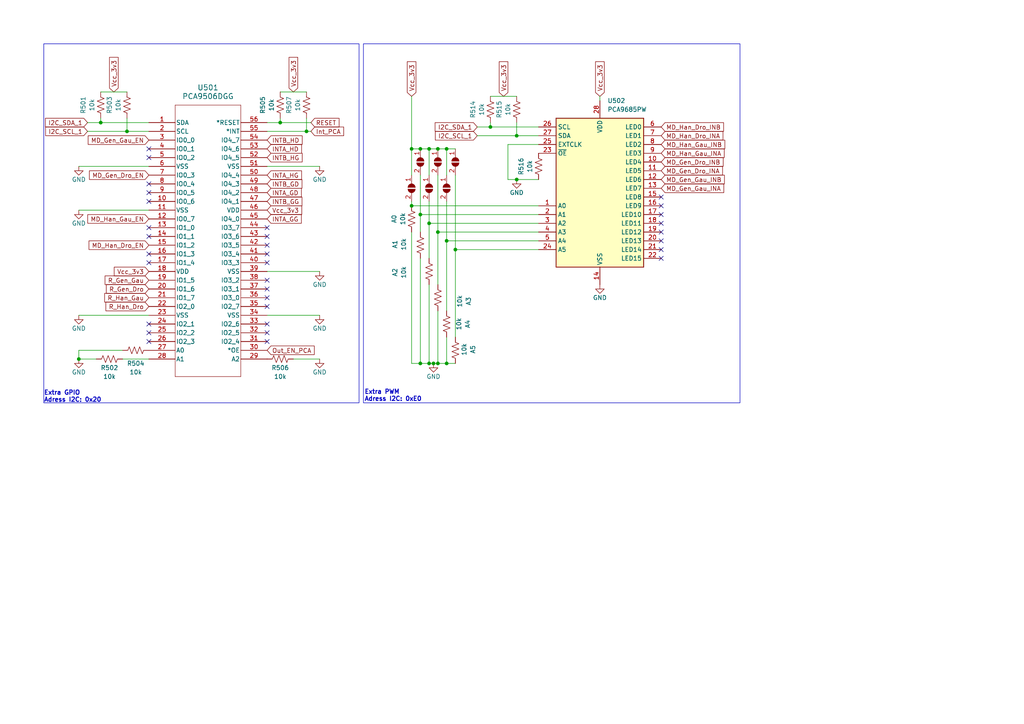
<source format=kicad_sch>
(kicad_sch (version 20231120) (generator "eeschema") (generator_version "8.0")
  (paper "A4")
  (lib_symbols
    (symbol "Device:R_US" (pin_numbers hide) (pin_names (offset 0))
      (property "Reference" "R" (at 2.54 0 90))
      (property "Value" "R_US" (at -2.54 0 90))
      (symbol "R_US_0_1"
        (polyline (pts (xy 0 -2.286) (xy 0 -2.54)))
        (polyline (pts (xy 0 2.286) (xy 0 2.54)))
        (polyline (pts (xy 0 -0.762) (xy 1.016 -1.143) (xy 0 -1.524) (xy -1.016 -1.905) (xy 0 -2.286)))
        (polyline (pts (xy 0 0.762) (xy 1.016 0.381) (xy 0 0) (xy -1.016 -0.381) (xy 0 -0.762)))
        (polyline (pts (xy 0 2.286) (xy 1.016 1.905) (xy 0 1.524) (xy -1.016 1.143) (xy 0 0.762)))
      )
      (symbol "R_US_1_1"
        (pin passive line (at 0 3.81 270) (length 1.27) (name "~") (number "1"))
        (pin passive line (at 0 -3.81 90) (length 1.27) (name "~") (number "2"))
      )
    )
    (symbol "Driver_LED:PCA9685PW"
      (property "Reference" "U" (at -12.7 22.225 0))
      (property "Value" "PCA9685PW" (at 1.27 22.225 0))
      (symbol "PCA9685PW_0_1"
        (rectangle (start -12.7 20.32) (end 12.7 -22.86) (stroke (width 0.254)) (fill (type background)))
      )
      (symbol "PCA9685PW_1_1"
        (pin input line (at -17.78 -5.08 0) (length 5.08) (name "A0") (number "1"))
        (pin output line (at 17.78 7.62 180) (length 5.08) (name "LED4") (number "10"))
        (pin output line (at 17.78 5.08 180) (length 5.08) (name "LED5") (number "11"))
        (pin output line (at 17.78 2.54 180) (length 5.08) (name "LED6") (number "12"))
        (pin output line (at 17.78 0 180) (length 5.08) (name "LED7") (number "13"))
        (pin power_in line (at 0 -27.94 90) (length 5.08) (name "VSS") (number "14"))
        (pin output line (at 17.78 -2.54 180) (length 5.08) (name "LED8") (number "15"))
        (pin output line (at 17.78 -5.08 180) (length 5.08) (name "LED9") (number "16"))
        (pin output line (at 17.78 -7.62 180) (length 5.08) (name "LED10") (number "17"))
        (pin output line (at 17.78 -10.16 180) (length 5.08) (name "LED11") (number "18"))
        (pin output line (at 17.78 -12.7 180) (length 5.08) (name "LED12") (number "19"))
        (pin input line (at -17.78 -7.62 0) (length 5.08) (name "A1") (number "2"))
        (pin output line (at 17.78 -15.24 180) (length 5.08) (name "LED13") (number "20"))
        (pin output line (at 17.78 -17.78 180) (length 5.08) (name "LED14") (number "21"))
        (pin output line (at 17.78 -20.32 180) (length 5.08) (name "LED15") (number "22"))
        (pin input line (at -17.78 10.16 0) (length 5.08) (name "~{OE}") (number "23"))
        (pin input line (at -17.78 -17.78 0) (length 5.08) (name "A5") (number "24"))
        (pin input line (at -17.78 12.7 0) (length 5.08) (name "EXTCLK") (number "25"))
        (pin input line (at -17.78 17.78 0) (length 5.08) (name "SCL") (number "26"))
        (pin bidirectional line (at -17.78 15.24 0) (length 5.08) (name "SDA") (number "27"))
        (pin power_in line (at 0 25.4 270) (length 5.08) (name "VDD") (number "28"))
        (pin input line (at -17.78 -10.16 0) (length 5.08) (name "A2") (number "3"))
        (pin input line (at -17.78 -12.7 0) (length 5.08) (name "A3") (number "4"))
        (pin input line (at -17.78 -15.24 0) (length 5.08) (name "A4") (number "5"))
        (pin output line (at 17.78 17.78 180) (length 5.08) (name "LED0") (number "6"))
        (pin output line (at 17.78 15.24 180) (length 5.08) (name "LED1") (number "7"))
        (pin output line (at 17.78 12.7 180) (length 5.08) (name "LED2") (number "8"))
        (pin output line (at 17.78 10.16 180) (length 5.08) (name "LED3") (number "9"))
      )
    )
    (symbol "Jumper:SolderJumper_2_Open" (pin_names (offset 0) hide)
      (property "Reference" "JP" (at 0 2.032 0))
      (property "Value" "SolderJumper_2_Open" (at 0 -2.54 0))
      (symbol "SolderJumper_2_Open_0_1"
        (arc (start -0.254 1.016) (mid -1.2656 0) (end -0.254 -1.016))
        (arc (start -0.254 1.016) (mid -1.2656 0) (end -0.254 -1.016) (fill (type outline)))
        (polyline (pts (xy -0.254 1.016) (xy -0.254 -1.016)))
        (polyline (pts (xy 0.254 1.016) (xy 0.254 -1.016)))
        (arc (start 0.254 -1.016) (mid 1.2656 0) (end 0.254 1.016))
        (arc (start 0.254 -1.016) (mid 1.2656 0) (end 0.254 1.016) (fill (type outline)))
      )
      (symbol "SolderJumper_2_Open_1_1"
        (pin passive line (at -3.81 0 0) (length 2.54) (name "A") (number "1"))
        (pin passive line (at 3.81 0 180) (length 2.54) (name "B") (number "2"))
      )
    )
    (symbol "PCA9506:PCA9506DGG" (pin_names (offset 0.254))
      (property "Reference" "U" (at 33.02 10.16 0))
      (property "Value" "PCA9506DGG" (at 33.02 7.62 0))
      (symbol "PCA9506DGG_0_1"
        (polyline (pts (xy 24.13 -73.66) (xy 43.18 -73.66)) (stroke (width 0.127)))
        (polyline (pts (xy 24.13 5.08) (xy 24.13 -73.66)) (stroke (width 0.127)))
        (polyline (pts (xy 43.18 -73.66) (xy 43.18 5.08)) (stroke (width 0.127)))
        (polyline (pts (xy 43.18 5.08) (xy 24.13 5.08)) (stroke (width 0.127)))
        (pin unspecified line (at 16.51 0 0) (length 7.62) (name "SDA") (number "1"))
        (pin unspecified line (at 16.51 -22.86 0) (length 7.62) (name "IO0_6") (number "10"))
        (pin unspecified line (at 16.51 -25.4 0) (length 7.62) (name "VSS") (number "11"))
        (pin unspecified line (at 16.51 -27.94 0) (length 7.62) (name "IO0_7") (number "12"))
        (pin unspecified line (at 16.51 -30.48 0) (length 7.62) (name "IO1_0") (number "13"))
        (pin unspecified line (at 16.51 -33.02 0) (length 7.62) (name "IO1_1") (number "14"))
        (pin unspecified line (at 16.51 -35.56 0) (length 7.62) (name "IO1_2") (number "15"))
        (pin unspecified line (at 16.51 -38.1 0) (length 7.62) (name "IO1_3") (number "16"))
        (pin unspecified line (at 16.51 -40.64 0) (length 7.62) (name "IO1_4") (number "17"))
        (pin unspecified line (at 16.51 -43.18 0) (length 7.62) (name "VDD") (number "18"))
        (pin unspecified line (at 16.51 -45.72 0) (length 7.62) (name "IO1_5") (number "19"))
        (pin unspecified line (at 16.51 -2.54 0) (length 7.62) (name "SCL") (number "2"))
        (pin unspecified line (at 16.51 -48.26 0) (length 7.62) (name "IO1_6") (number "20"))
        (pin unspecified line (at 16.51 -50.8 0) (length 7.62) (name "IO1_7") (number "21"))
        (pin unspecified line (at 16.51 -53.34 0) (length 7.62) (name "IO2_0") (number "22"))
        (pin unspecified line (at 16.51 -55.88 0) (length 7.62) (name "VSS") (number "23"))
        (pin unspecified line (at 16.51 -58.42 0) (length 7.62) (name "IO2_1") (number "24"))
        (pin unspecified line (at 16.51 -60.96 0) (length 7.62) (name "IO2_2") (number "25"))
        (pin unspecified line (at 16.51 -63.5 0) (length 7.62) (name "IO2_3") (number "26"))
        (pin unspecified line (at 16.51 -66.04 0) (length 7.62) (name "A0") (number "27"))
        (pin unspecified line (at 16.51 -68.58 0) (length 7.62) (name "A1") (number "28"))
        (pin unspecified line (at 50.8 -68.58 180) (length 7.62) (name "A2") (number "29"))
        (pin unspecified line (at 16.51 -5.08 0) (length 7.62) (name "IO0_0") (number "3"))
        (pin unspecified line (at 50.8 -66.04 180) (length 7.62) (name "*OE") (number "30"))
        (pin unspecified line (at 50.8 -63.5 180) (length 7.62) (name "IO2_4") (number "31"))
        (pin unspecified line (at 50.8 -60.96 180) (length 7.62) (name "IO2_5") (number "32"))
        (pin unspecified line (at 50.8 -58.42 180) (length 7.62) (name "IO2_6") (number "33"))
        (pin unspecified line (at 50.8 -55.88 180) (length 7.62) (name "VSS") (number "34"))
        (pin unspecified line (at 50.8 -53.34 180) (length 7.62) (name "IO2_7") (number "35"))
        (pin unspecified line (at 50.8 -50.8 180) (length 7.62) (name "IO3_0") (number "36"))
        (pin unspecified line (at 50.8 -48.26 180) (length 7.62) (name "IO3_1") (number "37"))
        (pin unspecified line (at 50.8 -45.72 180) (length 7.62) (name "IO3_2") (number "38"))
        (pin unspecified line (at 50.8 -43.18 180) (length 7.62) (name "VSS") (number "39"))
        (pin unspecified line (at 16.51 -7.62 0) (length 7.62) (name "IO0_1") (number "4"))
        (pin unspecified line (at 50.8 -40.64 180) (length 7.62) (name "IO3_3") (number "40"))
        (pin unspecified line (at 50.8 -38.1 180) (length 7.62) (name "IO3_4") (number "41"))
        (pin unspecified line (at 50.8 -35.56 180) (length 7.62) (name "IO3_5") (number "42"))
        (pin unspecified line (at 50.8 -33.02 180) (length 7.62) (name "IO3_6") (number "43"))
        (pin unspecified line (at 50.8 -30.48 180) (length 7.62) (name "IO3_7") (number "44"))
        (pin unspecified line (at 50.8 -27.94 180) (length 7.62) (name "IO4_0") (number "45"))
        (pin unspecified line (at 50.8 -25.4 180) (length 7.62) (name "VDD") (number "46"))
        (pin unspecified line (at 50.8 -22.86 180) (length 7.62) (name "IO4_1") (number "47"))
        (pin unspecified line (at 50.8 -20.32 180) (length 7.62) (name "IO4_2") (number "48"))
        (pin unspecified line (at 50.8 -17.78 180) (length 7.62) (name "IO4_3") (number "49"))
        (pin unspecified line (at 16.51 -10.16 0) (length 7.62) (name "IO0_2") (number "5"))
        (pin unspecified line (at 50.8 -15.24 180) (length 7.62) (name "IO4_4") (number "50"))
        (pin unspecified line (at 50.8 -12.7 180) (length 7.62) (name "VSS") (number "51"))
        (pin unspecified line (at 50.8 -10.16 180) (length 7.62) (name "IO4_5") (number "52"))
        (pin unspecified line (at 50.8 -7.62 180) (length 7.62) (name "IO4_6") (number "53"))
        (pin unspecified line (at 50.8 -5.08 180) (length 7.62) (name "IO4_7") (number "54"))
        (pin unspecified line (at 50.8 -2.54 180) (length 7.62) (name "*INT") (number "55"))
        (pin unspecified line (at 50.8 0 180) (length 7.62) (name "*RESET") (number "56"))
        (pin unspecified line (at 16.51 -12.7 0) (length 7.62) (name "VSS") (number "6"))
        (pin unspecified line (at 16.51 -15.24 0) (length 7.62) (name "IO0_3") (number "7"))
        (pin unspecified line (at 16.51 -17.78 0) (length 7.62) (name "IO0_4") (number "8"))
        (pin unspecified line (at 16.51 -20.32 0) (length 7.62) (name "IO0_5") (number "9"))
      )
    )
    (symbol "power:GND" (power) (pin_names (offset 0))
      (property "Value" "GND" (at 0 -3.81 0))
      (symbol "GND_0_1"
        (polyline (pts (xy 0 0) (xy 0 -1.27) (xy 1.27 -1.27) (xy 0 -2.54) (xy -1.27 -1.27) (xy 0 -1.27)))
      )
      (symbol "GND_1_1"
        (pin power_in line (at 0 0 270) (length 0) hide (name "GND") (number "1"))
      )
    )
  )
  (junction (at 129.54 69.85))
  (junction (at 121.92 62.23))
  (junction (at 81.28 35.56))
  (junction (at 121.92 43.18))
  (junction (at 124.46 64.77))
  (junction (at 121.92 105.41))
  (junction (at 142.24 36.83))
  (junction (at 129.54 43.18))
  (junction (at 119.38 59.69))
  (junction (at 125.73 105.41))
  (junction (at 119.38 43.18))
  (junction (at 149.86 39.37))
  (junction (at 127 43.18))
  (junction (at 129.54 105.41))
  (junction (at 132.08 72.39))
  (junction (at 127 67.31))
  (junction (at 88.9 38.1))
  (junction (at 124.46 43.18))
  (junction (at 29.21 35.56))
  (junction (at 149.86 52.07))
  (junction (at 22.86 104.14))
  (junction (at 127 105.41))
  (junction (at 36.83 38.1))
  (junction (at 124.46 105.41))
  (no_connect (at 77.47 96.52))
  (no_connect (at 191.77 67.31))
  (no_connect (at 43.18 96.52))
  (no_connect (at 43.18 55.88))
  (no_connect (at 191.77 57.15))
  (no_connect (at 77.47 66.04))
  (no_connect (at 43.18 93.98))
  (no_connect (at 191.77 69.85))
  (no_connect (at 43.18 58.42))
  (no_connect (at 77.47 71.12))
  (no_connect (at 77.47 99.06))
  (no_connect (at 77.47 83.82))
  (no_connect (at 43.18 45.72))
  (no_connect (at 77.47 93.98))
  (no_connect (at 43.18 43.18))
  (no_connect (at 43.18 99.06))
  (no_connect (at 43.18 53.34))
  (no_connect (at 43.18 66.04))
  (no_connect (at 191.77 59.69))
  (no_connect (at 77.47 81.28))
  (no_connect (at 191.77 72.39))
  (no_connect (at 77.47 88.9))
  (no_connect (at 77.47 73.66))
  (no_connect (at 43.18 68.58))
  (no_connect (at 191.77 64.77))
  (no_connect (at 77.47 68.58))
  (no_connect (at 43.18 76.2))
  (no_connect (at 191.77 74.93))
  (no_connect (at 43.18 73.66))
  (no_connect (at 77.47 86.36))
  (no_connect (at 191.77 62.23))
  (no_connect (at 77.47 76.2))
  (wire (pts (xy 125.73 105.41) (xy 127 105.41)))
  (wire (pts (xy 124.46 43.18) (xy 127 43.18)))
  (wire (pts (xy 127 50.8) (xy 127 67.31)))
  (wire (pts (xy 119.38 50.8) (xy 119.38 43.18)))
  (wire (pts (xy 132.08 50.8) (xy 132.08 72.39)))
  (wire (pts (xy 81.28 35.56) (xy 90.17 35.56)))
  (wire (pts (xy 77.47 91.44) (xy 92.71 91.44)))
  (wire (pts (xy 29.21 34.29) (xy 29.21 35.56)))
  (wire (pts (xy 77.47 38.1) (xy 88.9 38.1)))
  (wire (pts (xy 88.9 38.1) (xy 90.17 38.1)))
  (wire (pts (xy 25.4 38.1) (xy 36.83 38.1)))
  (wire (pts (xy 142.24 36.83) (xy 156.21 36.83)))
  (wire (pts (xy 129.54 105.41) (xy 132.08 105.41)))
  (wire (pts (xy 124.46 43.18) (xy 124.46 50.8)))
  (wire (pts (xy 77.47 35.56) (xy 81.28 35.56)))
  (wire (pts (xy 25.4 35.56) (xy 29.21 35.56)))
  (wire (pts (xy 43.18 91.44) (xy 22.86 91.44)))
  (wire (pts (xy 124.46 64.77) (xy 124.46 74.93)))
  (wire (pts (xy 156.21 72.39) (xy 132.08 72.39)))
  (wire (pts (xy 173.99 27.94) (xy 173.99 29.21)))
  (wire (pts (xy 77.47 78.74) (xy 92.71 78.74)))
  (wire (pts (xy 142.24 27.94) (xy 149.86 27.94)))
  (wire (pts (xy 147.32 52.07) (xy 149.86 52.07)))
  (wire (pts (xy 121.92 50.8) (xy 121.92 62.23)))
  (wire (pts (xy 156.21 64.77) (xy 124.46 64.77)))
  (wire (pts (xy 22.86 104.14) (xy 27.94 104.14)))
  (wire (pts (xy 149.86 39.37) (xy 156.21 39.37)))
  (wire (pts (xy 81.28 35.56) (xy 81.28 34.29)))
  (wire (pts (xy 119.38 58.42) (xy 119.38 59.69)))
  (wire (pts (xy 119.38 27.94) (xy 119.38 43.18)))
  (wire (pts (xy 156.21 62.23) (xy 121.92 62.23)))
  (wire (pts (xy 81.28 26.67) (xy 88.9 26.67)))
  (wire (pts (xy 149.86 52.07) (xy 156.21 52.07)))
  (wire (pts (xy 121.92 62.23) (xy 121.92 67.31)))
  (wire (pts (xy 127 67.31) (xy 127 82.55)))
  (wire (pts (xy 132.08 72.39) (xy 132.08 97.79)))
  (wire (pts (xy 147.32 41.91) (xy 147.32 52.07)))
  (wire (pts (xy 129.54 58.42) (xy 129.54 69.85)))
  (wire (pts (xy 119.38 59.69) (xy 156.21 59.69)))
  (wire (pts (xy 138.43 39.37) (xy 149.86 39.37)))
  (wire (pts (xy 127 105.41) (xy 129.54 105.41)))
  (wire (pts (xy 124.46 58.42) (xy 124.46 64.77)))
  (wire (pts (xy 121.92 43.18) (xy 124.46 43.18)))
  (wire (pts (xy 29.21 26.67) (xy 36.83 26.67)))
  (wire (pts (xy 43.18 48.26) (xy 22.86 48.26)))
  (wire (pts (xy 22.86 101.6) (xy 22.86 104.14)))
  (wire (pts (xy 92.71 104.14) (xy 85.09 104.14)))
  (wire (pts (xy 36.83 34.29) (xy 36.83 38.1)))
  (wire (pts (xy 35.56 104.14) (xy 43.18 104.14)))
  (wire (pts (xy 36.83 38.1) (xy 43.18 38.1)))
  (wire (pts (xy 88.9 38.1) (xy 88.9 34.29)))
  (wire (pts (xy 129.54 97.79) (xy 129.54 105.41)))
  (wire (pts (xy 142.24 35.56) (xy 142.24 36.83)))
  (wire (pts (xy 124.46 105.41) (xy 125.73 105.41)))
  (wire (pts (xy 129.54 69.85) (xy 129.54 90.17)))
  (wire (pts (xy 127 43.18) (xy 129.54 43.18)))
  (wire (pts (xy 119.38 43.18) (xy 121.92 43.18)))
  (wire (pts (xy 138.43 36.83) (xy 142.24 36.83)))
  (wire (pts (xy 129.54 43.18) (xy 129.54 50.8)))
  (wire (pts (xy 77.47 48.26) (xy 92.71 48.26)))
  (wire (pts (xy 124.46 82.55) (xy 124.46 105.41)))
  (wire (pts (xy 156.21 69.85) (xy 129.54 69.85)))
  (wire (pts (xy 129.54 43.18) (xy 132.08 43.18)))
  (wire (pts (xy 156.21 41.91) (xy 147.32 41.91)))
  (wire (pts (xy 43.18 60.96) (xy 22.86 60.96)))
  (wire (pts (xy 119.38 105.41) (xy 121.92 105.41)))
  (wire (pts (xy 29.21 35.56) (xy 43.18 35.56)))
  (wire (pts (xy 149.86 35.56) (xy 149.86 39.37)))
  (wire (pts (xy 156.21 67.31) (xy 127 67.31)))
  (wire (pts (xy 121.92 105.41) (xy 124.46 105.41)))
  (wire (pts (xy 121.92 74.93) (xy 121.92 105.41)))
  (wire (pts (xy 119.38 67.31) (xy 119.38 105.41)))
  (wire (pts (xy 127 90.17) (xy 127 105.41)))
  (wire (pts (xy 35.56 101.6) (xy 22.86 101.6)))
  (rectangle (start 12.7 12.7) (end 104.14 116.84))
  (rectangle (start 105.41 12.7) (end 214.63 116.84))
  (text "Extra PWM\nAdress I2C: 0xE0" (at 105.664 116.586 0) (effects (font (size 1.27 1.27) (bold yes)) (justify left bottom)))
  (text "Extra GPIO\nAdress I2C: 0x20" (at 12.7 116.84 0) (effects (font (size 1.27 1.27) (bold yes)) (justify left bottom)))
  (global_label "MD_Han_Dro_EN" (shape input) (at 43.18 71.12 180) (property "Intersheetrefs" "${INTERSHEET_REFS}" (effects (hide yes))))
  (global_label "Vcc_3v3" (shape input) (at 173.99 27.94 90) (property "Intersheetrefs" "${INTERSHEET_REFS}" (effects (hide yes))))
  (global_label "I2C_SDA_1" (shape input) (at 138.43 36.83 180) (property "Intersheetrefs" "${INTERSHEET_REFS}" (effects (hide yes))))
  (global_label "MD_Gen_Dro_INB" (shape input) (at 191.77 46.99 0) (property "Intersheetrefs" "${INTERSHEET_REFS}" (effects (hide yes))))
  (global_label "INTA_GD" (shape input) (at 77.47 55.88 0) (property "Intersheetrefs" "${INTERSHEET_REFS}" (effects (hide yes))))
  (global_label "I2C_SCL_1" (shape input) (at 25.4 38.1 180) (property "Intersheetrefs" "${INTERSHEET_REFS}" (effects (hide yes))))
  (global_label "INTB_HG" (shape input) (at 77.47 45.72 0) (property "Intersheetrefs" "${INTERSHEET_REFS}" (effects (hide yes))))
  (global_label "Vcc_3v3" (shape input) (at 33.02 26.67 90) (property "Intersheetrefs" "${INTERSHEET_REFS}" (effects (hide yes))))
  (global_label "INTB_GG" (shape input) (at 77.47 58.42 0) (property "Intersheetrefs" "${INTERSHEET_REFS}" (effects (hide yes))))
  (global_label "MD_Han_Gau_INB" (shape input) (at 191.77 41.91 0) (property "Intersheetrefs" "${INTERSHEET_REFS}" (effects (hide yes))))
  (global_label "MD_Gen_Dro_EN" (shape input) (at 43.18 50.8 180) (property "Intersheetrefs" "${INTERSHEET_REFS}" (effects (hide yes))))
  (global_label "Int_PCA" (shape input) (at 90.17 38.1 0) (property "Intersheetrefs" "${INTERSHEET_REFS}" (effects (hide yes))))
  (global_label "INTA_GG" (shape input) (at 77.47 63.5 0) (property "Intersheetrefs" "${INTERSHEET_REFS}" (effects (hide yes))))
  (global_label "MD_Gen_Gau_INA" (shape input) (at 191.77 54.61 0) (property "Intersheetrefs" "${INTERSHEET_REFS}" (effects (hide yes))))
  (global_label "Vcc_3v3" (shape input) (at 85.09 26.67 90) (property "Intersheetrefs" "${INTERSHEET_REFS}" (effects (hide yes))))
  (global_label "MD_Han_Dro_INA" (shape input) (at 191.77 39.37 0) (property "Intersheetrefs" "${INTERSHEET_REFS}" (effects (hide yes))))
  (global_label "MD_Han_Gau_EN" (shape input) (at 43.18 63.5 180) (property "Intersheetrefs" "${INTERSHEET_REFS}" (effects (hide yes))))
  (global_label "MD_Gen_Dro_INA" (shape input) (at 191.77 49.53 0) (property "Intersheetrefs" "${INTERSHEET_REFS}" (effects (hide yes))))
  (global_label "RESET" (shape input) (at 90.17 35.56 0) (property "Intersheetrefs" "${INTERSHEET_REFS}" (effects (hide yes))))
  (global_label "I2C_SCL_1" (shape input) (at 138.43 39.37 180) (property "Intersheetrefs" "${INTERSHEET_REFS}" (effects (hide yes))))
  (global_label "INTB_HD" (shape input) (at 77.47 40.64 0) (property "Intersheetrefs" "${INTERSHEET_REFS}" (effects (hide yes))))
  (global_label "Vcc_3v3" (shape input) (at 146.05 27.94 90) (property "Intersheetrefs" "${INTERSHEET_REFS}" (effects (hide yes))))
  (global_label "MD_Han_Gau_INA" (shape input) (at 191.77 44.45 0) (property "Intersheetrefs" "${INTERSHEET_REFS}" (effects (hide yes))))
  (global_label "INTB_GD" (shape input) (at 77.47 53.34 0) (property "Intersheetrefs" "${INTERSHEET_REFS}" (effects (hide yes))))
  (global_label "Vcc_3v3" (shape input) (at 43.18 78.74 180) (property "Intersheetrefs" "${INTERSHEET_REFS}" (effects (hide yes))))
  (global_label "R_Gen_Gau" (shape input) (at 43.18 81.28 180) (property "Intersheetrefs" "${INTERSHEET_REFS}" (effects (hide yes))))
  (global_label "I2C_SDA_1" (shape input) (at 25.4 35.56 180) (property "Intersheetrefs" "${INTERSHEET_REFS}" (effects (hide yes))))
  (global_label "MD_Gen_Gau_EN" (shape input) (at 43.18 40.64 180) (property "Intersheetrefs" "${INTERSHEET_REFS}" (effects (hide yes))))
  (global_label "Out_EN_PCA" (shape input) (at 77.47 101.6 0) (property "Intersheetrefs" "${INTERSHEET_REFS}" (effects (hide yes))))
  (global_label "Vcc_3v3" (shape input) (at 77.47 60.96 0) (property "Intersheetrefs" "${INTERSHEET_REFS}" (effects (hide yes))))
  (global_label "R_Han_Dro" (shape input) (at 43.18 88.9 180) (property "Intersheetrefs" "${INTERSHEET_REFS}" (effects (hide yes))))
  (global_label "MD_Han_Dro_INB" (shape input) (at 191.77 36.83 0) (property "Intersheetrefs" "${INTERSHEET_REFS}" (effects (hide yes))))
  (global_label "MD_Gen_Gau_INB" (shape input) (at 191.77 52.07 0) (property "Intersheetrefs" "${INTERSHEET_REFS}" (effects (hide yes))))
  (global_label "INTA_HG" (shape input) (at 77.47 50.8 0) (property "Intersheetrefs" "${INTERSHEET_REFS}" (effects (hide yes))))
  (global_label "Vcc_3v3" (shape input) (at 119.38 27.94 90) (property "Intersheetrefs" "${INTERSHEET_REFS}" (effects (hide yes))))
  (global_label "INTA_HD" (shape input) (at 77.47 43.18 0) (property "Intersheetrefs" "${INTERSHEET_REFS}" (effects (hide yes))))
  (global_label "R_Gen_Dro" (shape input) (at 43.18 83.82 180) (property "Intersheetrefs" "${INTERSHEET_REFS}" (effects (hide yes))))
  (global_label "R_Han_Gau" (shape input) (at 43.18 86.36 180) (property "Intersheetrefs" "${INTERSHEET_REFS}" (effects (hide yes))))
  (symbol (lib_id "Jumper:SolderJumper_2_Open") (at 127 46.99 270) (unit 1)
    (property "Reference" "JP506" (effects (hide yes)))
    (property "Value" "SolderJumper_2_Open" (effects (hide yes)))
    (property "Footprint" "Jumper:SolderJumper-2_P1.3mm_Open_TrianglePad1.0x1.5mm" (effects (hide yes)))
  )
  (symbol (lib_id "Device:R_US") (at 124.46 78.74 180) (unit 1)
    (property "Reference" "A2" (at 114.554 78.994 90))
    (property "Value" "10k" (at 117.094 78.994 90))
    (property "Footprint" "Resistor_SMD:R_0805_2012Metric" (effects (hide yes)))
  )
  (symbol (lib_id "PCA9506:PCA9506DGG") (at 26.67 35.56 0) (unit 1)
    (property "Reference" "U501" (at 60.325 25.4 0) (effects (font (size 1.524 1.524))))
    (property "Value" "PCA9506DGG" (at 60.325 27.94 0) (effects (font (size 1.524 1.524))))
    (property "Footprint" "Package_SO:TSSOP-56_6.1x14mm_P0.5mm" (effects (hide yes)))
    (property "Datasheet" "PCA9506DGG" (effects (hide yes)))
  )
  (symbol (lib_id "power:GND") (at 92.71 48.26 0) (unit 1)
    (property "Reference" "#PWR0505" (effects (hide yes)))
    (property "Value" "GND" (at 92.71 52.07 0))
  )
  (symbol (lib_id "power:GND") (at 92.71 78.74 0) (unit 1)
    (property "Reference" "#PWR0506" (effects (hide yes)))
    (property "Value" "GND" (at 92.71 82.55 0))
  )
  (symbol (lib_id "power:GND") (at 125.73 105.41 0) (unit 1)
    (property "Reference" "#PWR0510" (effects (hide yes)))
    (property "Value" "GND" (at 125.73 109.22 0))
  )
  (symbol (lib_id "Device:R_US") (at 121.92 71.12 180) (unit 1)
    (property "Reference" "A1" (at 114.554 70.866 90))
    (property "Value" "10k" (at 117.094 70.866 90))
    (property "Footprint" "Resistor_SMD:R_0805_2012Metric" (effects (hide yes)))
  )
  (symbol (lib_id "Jumper:SolderJumper_2_Open") (at 129.54 54.61 270) (unit 1)
    (property "Reference" "JP507" (effects (hide yes)))
    (property "Value" "SolderJumper_2_Open" (effects (hide yes)))
    (property "Footprint" "Jumper:SolderJumper-2_P1.3mm_Open_TrianglePad1.0x1.5mm" (effects (hide yes)))
  )
  (symbol (lib_id "power:GND") (at 22.86 60.96 0) (unit 1)
    (property "Reference" "#PWR0502" (effects (hide yes)))
    (property "Value" "GND" (at 22.86 64.77 0))
  )
  (symbol (lib_id "Driver_LED:PCA9685PW") (at 173.99 54.61 0) (unit 1)
    (property "Reference" "U502" (at 176.1841 29.21 0) (effects (justify left)))
    (property "Value" "PCA9685PW" (at 176.1841 31.75 0) (effects (justify left)))
    (property "Footprint" "Package_SO:TSSOP-28_4.4x9.7mm_P0.65mm" (effects (hide yes)))
    (property "Datasheet" "http://www.nxp.com/docs/en/data-sheet/PCA9685.pdf" (effects (hide yes)))
    (property "Description" "16-channel 12-bit PWM Fm+ I2C-bus LED controller RGBA TSSOP" (effects (hide yes)))
  )
  (symbol (lib_id "Device:R_US") (at 88.9 30.48 180) (unit 1)
    (property "Reference" "R507" (at 83.82 30.48 90))
    (property "Value" "10k" (at 86.36 30.48 90))
    (property "Footprint" "Resistor_SMD:R_0805_2012Metric" (effects (hide yes)))
  )
  (symbol (lib_id "power:GND") (at 22.86 91.44 0) (unit 1)
    (property "Reference" "#PWR0503" (effects (hide yes)))
    (property "Value" "GND" (at 22.86 95.25 0))
  )
  (symbol (lib_id "Device:R_US") (at 31.75 104.14 270) (unit 1)
    (property "Reference" "R502" (at 31.75 106.68 90))
    (property "Value" "10k" (at 31.75 109.22 90))
    (property "Footprint" "Resistor_SMD:R_0805_2012Metric" (effects (hide yes)))
  )
  (symbol (lib_id "Device:R_US") (at 127 86.36 180) (unit 1)
    (property "Reference" "A3" (at 135.89 87.376 90))
    (property "Value" "10k" (at 133.35 87.376 90))
    (property "Footprint" "Resistor_SMD:R_0805_2012Metric" (effects (hide yes)))
  )
  (symbol (lib_id "Jumper:SolderJumper_2_Open") (at 121.92 46.99 270) (unit 1)
    (property "Reference" "JP502" (effects (hide yes)))
    (property "Value" "SolderJumper_2_Open" (effects (hide yes)))
    (property "Footprint" "Jumper:SolderJumper-2_P1.3mm_Open_TrianglePad1.0x1.5mm" (effects (hide yes)))
  )
  (symbol (lib_id "Jumper:SolderJumper_2_Open") (at 119.38 54.61 270) (unit 1)
    (property "Reference" "JP501" (effects (hide yes)))
    (property "Value" "SolderJumper_2_Open" (effects (hide yes)))
    (property "Footprint" "Jumper:SolderJumper-2_P1.3mm_Open_TrianglePad1.0x1.5mm" (effects (hide yes)))
  )
  (symbol (lib_id "power:GND") (at 173.99 82.55 0) (unit 1)
    (property "Reference" "#PWR0509" (effects (hide yes)))
    (property "Value" "GND" (at 173.99 86.36 0))
  )
  (symbol (lib_id "Device:R_US") (at 156.21 48.26 180) (unit 1)
    (property "Reference" "R516" (at 151.13 48.26 90))
    (property "Value" "10k" (at 153.67 48.26 90))
    (property "Footprint" "Resistor_SMD:R_0805_2012Metric" (effects (hide yes)))
  )
  (symbol (lib_id "Device:R_US") (at 39.37 101.6 270) (unit 1)
    (property "Reference" "R504" (at 39.37 105.41 90))
    (property "Value" "10k" (at 39.37 107.95 90))
    (property "Footprint" "Resistor_SMD:R_0805_2012Metric" (effects (hide yes)))
  )
  (symbol (lib_id "Jumper:SolderJumper_2_Open") (at 124.46 54.61 270) (unit 1)
    (property "Reference" "JP505" (effects (hide yes)))
    (property "Value" "SolderJumper_2_Open" (effects (hide yes)))
    (property "Footprint" "Jumper:SolderJumper-2_P1.3mm_Open_TrianglePad1.0x1.5mm" (effects (hide yes)))
  )
  (symbol (lib_id "Device:R_US") (at 36.83 30.48 180) (unit 1)
    (property "Reference" "R503" (at 31.75 30.48 90))
    (property "Value" "10k" (at 34.29 30.48 90))
    (property "Footprint" "Resistor_SMD:R_0805_2012Metric" (effects (hide yes)))
  )
  (symbol (lib_id "power:GND") (at 92.71 104.14 0) (unit 1)
    (property "Reference" "#PWR0508" (effects (hide yes)))
    (property "Value" "GND" (at 92.71 107.95 0))
  )
  (symbol (lib_id "power:GND") (at 149.86 52.07 0) (unit 1)
    (property "Reference" "#PWR0511" (effects (hide yes)))
    (property "Value" "GND" (at 149.86 55.88 0))
  )
  (symbol (lib_id "Jumper:SolderJumper_2_Open") (at 132.08 46.99 270) (unit 1)
    (property "Reference" "JP508" (effects (hide yes)))
    (property "Value" "SolderJumper_2_Open" (effects (hide yes)))
    (property "Footprint" "Jumper:SolderJumper-2_P1.3mm_Open_TrianglePad1.0x1.5mm" (effects (hide yes)))
  )
  (symbol (lib_id "Device:R_US") (at 119.38 63.5 180) (unit 1)
    (property "Reference" "A0" (at 114.3 63.5 90))
    (property "Value" "10k" (at 116.84 63.5 90))
    (property "Footprint" "Resistor_SMD:R_0805_2012Metric" (effects (hide yes)))
  )
  (symbol (lib_id "Device:R_US") (at 132.08 101.6 180) (unit 1)
    (property "Reference" "A5" (at 137.16 101.346 90))
    (property "Value" "10k" (at 134.62 101.346 90))
    (property "Footprint" "Resistor_SMD:R_0805_2012Metric" (effects (hide yes)))
  )
  (symbol (lib_id "Device:R_US") (at 29.21 30.48 180) (unit 1)
    (property "Reference" "R501" (at 24.13 30.48 90))
    (property "Value" "10k" (at 26.67 30.48 90))
    (property "Footprint" "Resistor_SMD:R_0805_2012Metric" (effects (hide yes)))
  )
  (symbol (lib_id "Device:R_US") (at 142.24 31.75 180) (unit 1)
    (property "Reference" "R514" (at 137.16 31.75 90))
    (property "Value" "10k" (at 139.7 31.75 90))
    (property "Footprint" "Resistor_SMD:R_0805_2012Metric" (effects (hide yes)))
  )
  (symbol (lib_id "Device:R_US") (at 81.28 30.48 180) (unit 1)
    (property "Reference" "R505" (at 76.2 30.48 90))
    (property "Value" "10k" (at 78.74 30.48 90))
    (property "Footprint" "Resistor_SMD:R_0805_2012Metric" (effects (hide yes)))
  )
  (symbol (lib_id "power:GND") (at 22.86 48.26 0) (unit 1)
    (property "Reference" "#PWR0501" (effects (hide yes)))
    (property "Value" "GND" (at 22.86 52.07 0))
  )
  (symbol (lib_id "Device:R_US") (at 129.54 93.98 180) (unit 1)
    (property "Reference" "A4" (at 135.636 93.98 90))
    (property "Value" "10k" (at 133.096 93.98 90))
    (property "Footprint" "Resistor_SMD:R_0805_2012Metric" (effects (hide yes)))
  )
  (symbol (lib_id "power:GND") (at 22.86 104.14 0) (unit 1)
    (property "Reference" "#PWR0504" (effects (hide yes)))
    (property "Value" "GND" (at 22.86 107.95 0))
  )
  (symbol (lib_id "power:GND") (at 92.71 91.44 0) (unit 1)
    (property "Reference" "#PWR0507" (effects (hide yes)))
    (property "Value" "GND" (at 92.71 95.25 0))
  )
  (symbol (lib_id "Device:R_US") (at 81.28 104.14 270) (unit 1)
    (property "Reference" "R506" (at 81.28 106.68 90))
    (property "Value" "10k" (at 81.28 109.22 90))
    (property "Footprint" "Resistor_SMD:R_0805_2012Metric" (effects (hide yes)))
  )
  (symbol (lib_id "Device:R_US") (at 149.86 31.75 180) (unit 1)
    (property "Reference" "R515" (at 144.78 31.75 90))
    (property "Value" "10k" (at 147.32 31.75 90))
    (property "Footprint" "Resistor_SMD:R_0805_2012Metric" (effects (hide yes)))
  )
)
</source>
